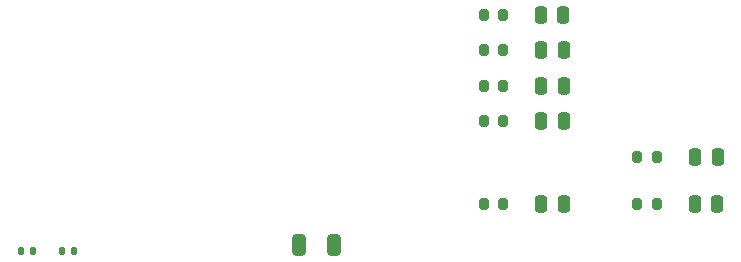
<source format=gbr>
%TF.GenerationSoftware,KiCad,Pcbnew,7.0.7*%
%TF.CreationDate,2023-09-17T22:58:44+02:00*%
%TF.ProjectId,SHC_WEMOS,5348435f-5745-44d4-9f53-2e6b69636164,rev?*%
%TF.SameCoordinates,Original*%
%TF.FileFunction,Paste,Top*%
%TF.FilePolarity,Positive*%
%FSLAX46Y46*%
G04 Gerber Fmt 4.6, Leading zero omitted, Abs format (unit mm)*
G04 Created by KiCad (PCBNEW 7.0.7) date 2023-09-17 22:58:44*
%MOMM*%
%LPD*%
G01*
G04 APERTURE LIST*
G04 Aperture macros list*
%AMRoundRect*
0 Rectangle with rounded corners*
0 $1 Rounding radius*
0 $2 $3 $4 $5 $6 $7 $8 $9 X,Y pos of 4 corners*
0 Add a 4 corners polygon primitive as box body*
4,1,4,$2,$3,$4,$5,$6,$7,$8,$9,$2,$3,0*
0 Add four circle primitives for the rounded corners*
1,1,$1+$1,$2,$3*
1,1,$1+$1,$4,$5*
1,1,$1+$1,$6,$7*
1,1,$1+$1,$8,$9*
0 Add four rect primitives between the rounded corners*
20,1,$1+$1,$2,$3,$4,$5,0*
20,1,$1+$1,$4,$5,$6,$7,0*
20,1,$1+$1,$6,$7,$8,$9,0*
20,1,$1+$1,$8,$9,$2,$3,0*%
G04 Aperture macros list end*
%ADD10RoundRect,0.200000X-0.200000X-0.275000X0.200000X-0.275000X0.200000X0.275000X-0.200000X0.275000X0*%
%ADD11RoundRect,0.135000X-0.135000X-0.185000X0.135000X-0.185000X0.135000X0.185000X-0.135000X0.185000X0*%
%ADD12RoundRect,0.250000X-0.250000X-0.475000X0.250000X-0.475000X0.250000X0.475000X-0.250000X0.475000X0*%
%ADD13RoundRect,0.250000X-0.325000X-0.650000X0.325000X-0.650000X0.325000X0.650000X-0.325000X0.650000X0*%
G04 APERTURE END LIST*
D10*
%TO.C,R6*%
X56175000Y25000000D03*
X57825000Y25000000D03*
%TD*%
D11*
%TO.C,R9*%
X3990000Y17000000D03*
X5010000Y17000000D03*
%TD*%
D10*
%TO.C,R7*%
X56175000Y21000000D03*
X57825000Y21000000D03*
%TD*%
D12*
%TO.C,C7*%
X61050000Y21000000D03*
X62950000Y21000000D03*
%TD*%
D13*
%TO.C,C8*%
X27525000Y17500000D03*
X30475000Y17500000D03*
%TD*%
D10*
%TO.C,R3*%
X43175000Y31000000D03*
X44825000Y31000000D03*
%TD*%
D12*
%TO.C,C1*%
X48050000Y28000000D03*
X49950000Y28000000D03*
%TD*%
%TO.C,C3*%
X48050000Y31000000D03*
X49950000Y31000000D03*
%TD*%
%TO.C,C6*%
X61100000Y25000000D03*
X63000000Y25000000D03*
%TD*%
%TO.C,C5*%
X48050000Y21000000D03*
X49950000Y21000000D03*
%TD*%
%TO.C,C4*%
X48050000Y34000000D03*
X49950000Y34000000D03*
%TD*%
D10*
%TO.C,R4*%
X43175000Y34000000D03*
X44825000Y34000000D03*
%TD*%
%TO.C,R2*%
X43175000Y37000000D03*
X44825000Y37000000D03*
%TD*%
D12*
%TO.C,C2*%
X48000000Y37000000D03*
X49900000Y37000000D03*
%TD*%
D11*
%TO.C,R8*%
X7500000Y17000000D03*
X8520000Y17000000D03*
%TD*%
D10*
%TO.C,R5*%
X43175000Y21000000D03*
X44825000Y21000000D03*
%TD*%
%TO.C,R1*%
X43175000Y28000000D03*
X44825000Y28000000D03*
%TD*%
M02*

</source>
